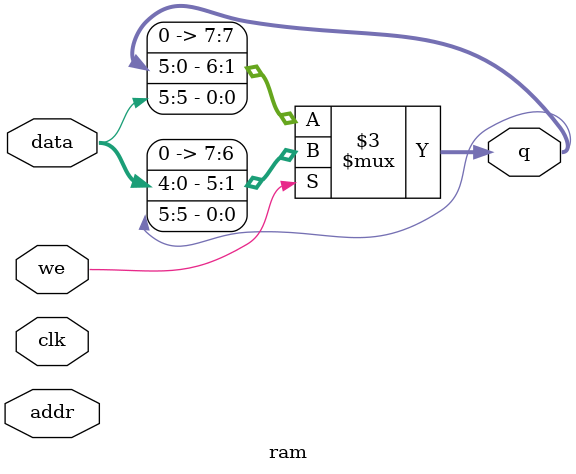
<source format=v>
module ram #(
    parameter ADDR_WIDTH=6,
    parameter DATA_WIDTH=8
) (
    input [DATA_WIDTH-1:0] data,
    input [ADDR_WIDTH-1:0] addr,
    input we, clk,
    output [7:0] q
);
reg [DATA_WIDTH-1:0] ram[2**ADDR_WIDTH-1:0];
// when we is high, write data to ram at address addr
// assign the ram value at address addr to q
//set the first 6 bits of the display output
assign q = ( we==1'b0 ) ? {q[5:0],data[5]} : {data[4:0],q[5]};
//concatenate the 5 bit data along with the address and write to ram
always @(posedge clk)
begin
	ram[addr] = data;
end
endmodule

</source>
